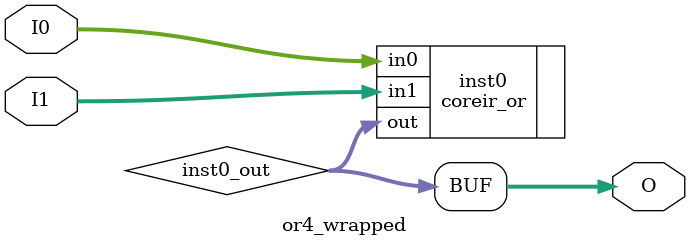
<source format=v>
module or4_wrapped (input [3:0] I0, input [3:0] I1, output [3:0] O);
wire [3:0] inst0_out;
coreir_or inst0 (.in0(I0), .in1(I1), .out(inst0_out));
assign O = inst0_out;
endmodule


</source>
